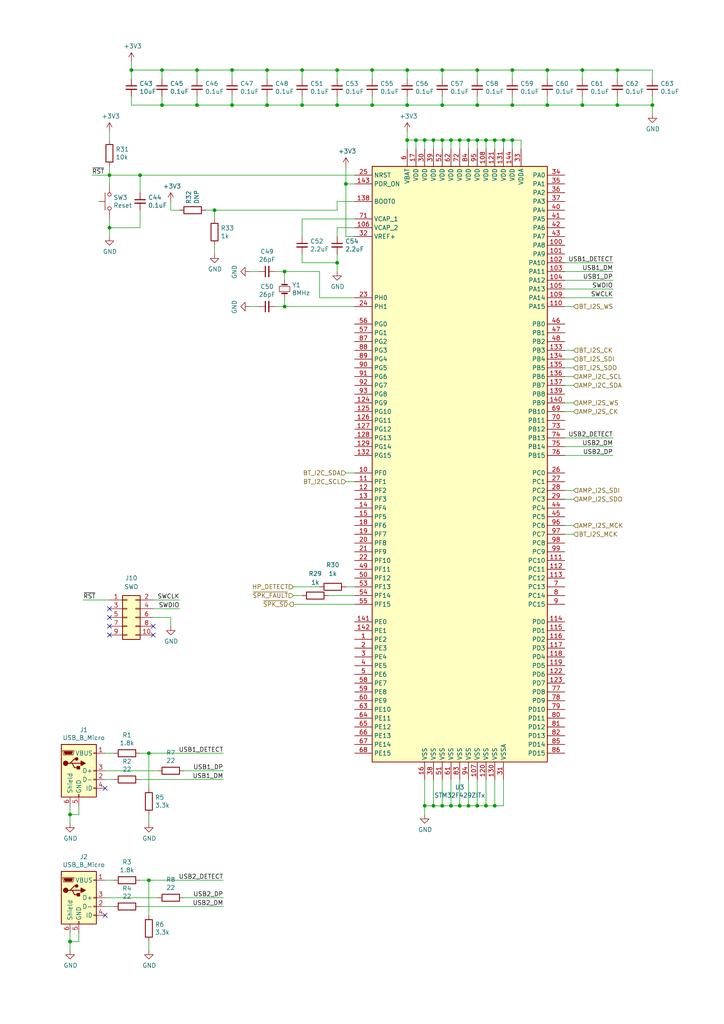
<source format=kicad_sch>
(kicad_sch (version 20201015) (generator eeschema)
  (page 1 7)
  (paper "A4" portrait)
  (lib_symbols
    (symbol "Connector:USB_B_Micro" (pin_names (offset 1.016))
      (property "Reference" "J" (at -5.08 11.43 0))
      (property "Value" "USB_B_Micro" (at -5.08 8.89 0))
      (symbol "USB_B_Micro_0_1"
        (circle (center -3.81 2.159) (radius 0.635) (stroke (width 0.254)) (fill (type outline)))
        (circle (center -0.635 3.429) (radius 0.381) (stroke (width 0.254)) (fill (type outline)))
        (rectangle (start -5.08 -7.62) (end 5.08 7.62) (stroke (width 0.254)) (fill (type background)))
        (rectangle (start -0.127 -7.62) (end 0.127 -6.858))
        (rectangle (start 0.254 1.27) (end -0.508 0.508) (stroke (width 0.254)) (fill (type outline)))
        (rectangle (start 5.08 -5.207) (end 4.318 -4.953))
        (rectangle (start 5.08 -2.667) (end 4.318 -2.413))
        (rectangle (start 5.08 -0.127) (end 4.318 0.127))
        (rectangle (start 5.08 4.953) (end 4.318 5.207))
        (polyline (pts (xy -1.905 2.159) (xy 0.635 2.159)) (stroke (width 0.254)))
        (polyline (pts (xy -3.175 2.159) (xy -2.54 2.159) (xy -1.27 3.429) (xy -0.635 3.429)) (stroke (width 0.254)))
        (polyline (pts (xy -2.54 2.159) (xy -1.905 2.159) (xy -1.27 0.889) (xy 0 0.889)) (stroke (width 0.254)))
        (polyline (pts (xy 0.635 2.794) (xy 0.635 1.524) (xy 1.905 2.159) (xy 0.635 2.794)) (stroke (width 0.254)) (fill (type outline)))
        (polyline (pts (xy -4.318 5.588) (xy -1.778 5.588) (xy -2.032 4.826) (xy -4.064 4.826) (xy -4.318 5.588)) (fill (type outline)))
        (polyline (pts (xy -4.699 5.842) (xy -4.699 5.588) (xy -4.445 4.826) (xy -4.445 4.572) (xy -1.651 4.572) (xy -1.651 4.826) (xy -1.397 5.588) (xy -1.397 5.842) (xy -4.699 5.842)))
      )
      (symbol "USB_B_Micro_1_1"
        (pin power_out line (at 7.62 5.08 180) (length 2.54) (name "VBUS") (number "1"))
        (pin bidirectional line (at 7.62 -2.54 180) (length 2.54) (name "D-") (number "2"))
        (pin bidirectional line (at 7.62 0 180) (length 2.54) (name "D+") (number "3"))
        (pin passive line (at 7.62 -5.08 180) (length 2.54) (name "ID") (number "4"))
        (pin power_out line (at 0 -10.16 90) (length 2.54) (name "GND") (number "5"))
        (pin passive line (at -2.54 -10.16 90) (length 2.54) (name "Shield") (number "6"))
      )
    )
    (symbol "Connector_Generic:Conn_02x05_Odd_Even" (pin_names (offset 1.016) hide)
      (property "Reference" "J" (at 1.27 7.62 0))
      (property "Value" "Conn_02x05_Odd_Even" (at 1.27 -7.62 0))
      (symbol "Conn_02x05_Odd_Even_1_1"
        (rectangle (start -1.27 -4.953) (end 0 -5.207) (stroke (width 0.1524)))
        (rectangle (start -1.27 -2.413) (end 0 -2.667) (stroke (width 0.1524)))
        (rectangle (start -1.27 2.667) (end 0 2.413) (stroke (width 0.1524)))
        (rectangle (start -1.27 5.207) (end 0 4.953) (stroke (width 0.1524)))
        (rectangle (start -1.27 6.35) (end 3.81 -6.35) (stroke (width 0.254)) (fill (type background)))
        (rectangle (start -1.27 0.127) (end 0 -0.127) (stroke (width 0.1524)))
        (rectangle (start 3.81 -4.953) (end 2.54 -5.207) (stroke (width 0.1524)))
        (rectangle (start 3.81 -2.413) (end 2.54 -2.667) (stroke (width 0.1524)))
        (rectangle (start 3.81 2.667) (end 2.54 2.413) (stroke (width 0.1524)))
        (rectangle (start 3.81 5.207) (end 2.54 4.953) (stroke (width 0.1524)))
        (rectangle (start 3.81 0.127) (end 2.54 -0.127) (stroke (width 0.1524)))
        (pin passive line (at -5.08 5.08 0) (length 3.81) (name "Pin_1") (number "1"))
        (pin passive line (at 7.62 -5.08 180) (length 3.81) (name "Pin_10") (number "10"))
        (pin passive line (at 7.62 5.08 180) (length 3.81) (name "Pin_2") (number "2"))
        (pin passive line (at -5.08 2.54 0) (length 3.81) (name "Pin_3") (number "3"))
        (pin passive line (at 7.62 2.54 180) (length 3.81) (name "Pin_4") (number "4"))
        (pin passive line (at -5.08 0 0) (length 3.81) (name "Pin_5") (number "5"))
        (pin passive line (at 7.62 0 180) (length 3.81) (name "Pin_6") (number "6"))
        (pin passive line (at -5.08 -2.54 0) (length 3.81) (name "Pin_7") (number "7"))
        (pin passive line (at 7.62 -2.54 180) (length 3.81) (name "Pin_8") (number "8"))
        (pin passive line (at -5.08 -5.08 0) (length 3.81) (name "Pin_9") (number "9"))
      )
    )
    (symbol "Device:C_Small" (pin_numbers hide) (pin_names (offset 0.254) hide)
      (property "Reference" "C" (at 0.254 1.778 0))
      (property "Value" "C_Small" (at 0.254 -2.032 0))
      (symbol "C_Small_0_1"
        (polyline (pts (xy -1.524 -0.508) (xy 1.524 -0.508)) (stroke (width 0.3302)))
        (polyline (pts (xy -1.524 0.508) (xy 1.524 0.508)) (stroke (width 0.3048)))
      )
      (symbol "C_Small_1_1"
        (pin passive line (at 0 2.54 270) (length 2.032) (name "~") (number "1"))
        (pin passive line (at 0 -2.54 90) (length 2.032) (name "~") (number "2"))
      )
    )
    (symbol "Device:Crystal_Small" (pin_numbers hide) (pin_names (offset 1.016) hide)
      (property "Reference" "Y" (at 0 2.54 0))
      (property "Value" "Crystal_Small" (at 0 -2.54 0))
      (symbol "Crystal_Small_0_1"
        (rectangle (start -0.762 -1.524) (end 0.762 1.524))
        (polyline (pts (xy -1.27 -0.762) (xy -1.27 0.762)) (stroke (width 0.381)))
        (polyline (pts (xy 1.27 -0.762) (xy 1.27 0.762)) (stroke (width 0.381)))
      )
      (symbol "Crystal_Small_1_1"
        (pin passive line (at -2.54 0 0) (length 1.27) (name "1") (number "1"))
        (pin passive line (at 2.54 0 180) (length 1.27) (name "2") (number "2"))
      )
    )
    (symbol "Device:R" (pin_numbers hide) (pin_names (offset 0))
      (property "Reference" "R" (at 2.032 0 90))
      (property "Value" "R" (at 0 0 90))
      (symbol "R_0_1"
        (rectangle (start -1.016 -2.54) (end 1.016 2.54) (stroke (width 0.254)))
      )
      (symbol "R_1_1"
        (pin passive line (at 0 3.81 270) (length 1.27) (name "~") (number "1"))
        (pin passive line (at 0 -3.81 90) (length 1.27) (name "~") (number "2"))
      )
    )
    (symbol "MCU_ST_STM32F4:STM32F429ZITx"
      (property "Reference" "U" (at -25.4 87.63 0))
      (property "Value" "STM32F429ZITx" (at 20.32 87.63 0))
      (symbol "STM32F429ZITx_0_1"
        (rectangle (start -25.4 -86.36) (end 25.4 86.36) (stroke (width 0.254)) (fill (type background)))
      )
      (symbol "STM32F429ZITx_1_1"
        (pin input line (at -30.48 76.2 0) (length 5.08) (name "BOOT0") (number "138"))
        (pin input line (at -30.48 83.82 0) (length 5.08) (name "NRST") (number "25"))
        (pin bidirectional line (at 30.48 83.82 180) (length 5.08) (name "PA0") (number "34"))
        (pin bidirectional line (at 30.48 81.28 180) (length 5.08) (name "PA1") (number "35"))
        (pin bidirectional line (at 30.48 58.42 180) (length 5.08) (name "PA10") (number "102"))
        (pin bidirectional line (at 30.48 55.88 180) (length 5.08) (name "PA11") (number "103"))
        (pin bidirectional line (at 30.48 53.34 180) (length 5.08) (name "PA12") (number "104"))
        (pin bidirectional line (at 30.48 50.8 180) (length 5.08) (name "PA13") (number "105"))
        (pin bidirectional line (at 30.48 48.26 180) (length 5.08) (name "PA14") (number "109"))
        (pin bidirectional line (at 30.48 45.72 180) (length 5.08) (name "PA15") (number "110"))
        (pin bidirectional line (at 30.48 78.74 180) (length 5.08) (name "PA2") (number "36"))
        (pin bidirectional line (at 30.48 76.2 180) (length 5.08) (name "PA3") (number "37"))
        (pin bidirectional line (at 30.48 73.66 180) (length 5.08) (name "PA4") (number "40"))
        (pin bidirectional line (at 30.48 71.12 180) (length 5.08) (name "PA5") (number "41"))
        (pin bidirectional line (at 30.48 68.58 180) (length 5.08) (name "PA6") (number "42"))
        (pin bidirectional line (at 30.48 66.04 180) (length 5.08) (name "PA7") (number "43"))
        (pin bidirectional line (at 30.48 63.5 180) (length 5.08) (name "PA8") (number "100"))
        (pin bidirectional line (at 30.48 60.96 180) (length 5.08) (name "PA9") (number "101"))
        (pin bidirectional line (at 30.48 40.64 180) (length 5.08) (name "PB0") (number "46"))
        (pin bidirectional line (at 30.48 38.1 180) (length 5.08) (name "PB1") (number "47"))
        (pin bidirectional line (at 30.48 15.24 180) (length 5.08) (name "PB10") (number "69"))
        (pin bidirectional line (at 30.48 12.7 180) (length 5.08) (name "PB11") (number "70"))
        (pin bidirectional line (at 30.48 10.16 180) (length 5.08) (name "PB12") (number "73"))
        (pin bidirectional line (at 30.48 7.62 180) (length 5.08) (name "PB13") (number "74"))
        (pin bidirectional line (at 30.48 5.08 180) (length 5.08) (name "PB14") (number "75"))
        (pin bidirectional line (at 30.48 2.54 180) (length 5.08) (name "PB15") (number "76"))
        (pin bidirectional line (at 30.48 35.56 180) (length 5.08) (name "PB2") (number "48"))
        (pin bidirectional line (at 30.48 33.02 180) (length 5.08) (name "PB3") (number "133"))
        (pin bidirectional line (at 30.48 30.48 180) (length 5.08) (name "PB4") (number "134"))
        (pin bidirectional line (at 30.48 27.94 180) (length 5.08) (name "PB5") (number "135"))
        (pin bidirectional line (at 30.48 25.4 180) (length 5.08) (name "PB6") (number "136"))
        (pin bidirectional line (at 30.48 22.86 180) (length 5.08) (name "PB7") (number "137"))
        (pin bidirectional line (at 30.48 20.32 180) (length 5.08) (name "PB8") (number "139"))
        (pin bidirectional line (at 30.48 17.78 180) (length 5.08) (name "PB9") (number "140"))
        (pin bidirectional line (at 30.48 -2.54 180) (length 5.08) (name "PC0") (number "26"))
        (pin bidirectional line (at 30.48 -5.08 180) (length 5.08) (name "PC1") (number "27"))
        (pin bidirectional line (at 30.48 -27.94 180) (length 5.08) (name "PC10") (number "111"))
        (pin bidirectional line (at 30.48 -30.48 180) (length 5.08) (name "PC11") (number "112"))
        (pin bidirectional line (at 30.48 -33.02 180) (length 5.08) (name "PC12") (number "113"))
        (pin bidirectional line (at 30.48 -35.56 180) (length 5.08) (name "PC13") (number "7"))
        (pin bidirectional line (at 30.48 -38.1 180) (length 5.08) (name "PC14") (number "8"))
        (pin bidirectional line (at 30.48 -40.64 180) (length 5.08) (name "PC15") (number "9"))
        (pin bidirectional line (at 30.48 -7.62 180) (length 5.08) (name "PC2") (number "28"))
        (pin bidirectional line (at 30.48 -10.16 180) (length 5.08) (name "PC3") (number "29"))
        (pin bidirectional line (at 30.48 -12.7 180) (length 5.08) (name "PC4") (number "44"))
        (pin bidirectional line (at 30.48 -15.24 180) (length 5.08) (name "PC5") (number "45"))
        (pin bidirectional line (at 30.48 -17.78 180) (length 5.08) (name "PC6") (number "96"))
        (pin bidirectional line (at 30.48 -20.32 180) (length 5.08) (name "PC7") (number "97"))
        (pin bidirectional line (at 30.48 -22.86 180) (length 5.08) (name "PC8") (number "98"))
        (pin bidirectional line (at 30.48 -25.4 180) (length 5.08) (name "PC9") (number "99"))
        (pin bidirectional line (at 30.48 -45.72 180) (length 5.08) (name "PD0") (number "114"))
        (pin bidirectional line (at 30.48 -48.26 180) (length 5.08) (name "PD1") (number "115"))
        (pin bidirectional line (at 30.48 -71.12 180) (length 5.08) (name "PD10") (number "79"))
        (pin bidirectional line (at 30.48 -73.66 180) (length 5.08) (name "PD11") (number "80"))
        (pin bidirectional line (at 30.48 -76.2 180) (length 5.08) (name "PD12") (number "81"))
        (pin bidirectional line (at 30.48 -78.74 180) (length 5.08) (name "PD13") (number "82"))
        (pin bidirectional line (at 30.48 -81.28 180) (length 5.08) (name "PD14") (number "85"))
        (pin bidirectional line (at 30.48 -83.82 180) (length 5.08) (name "PD15") (number "86"))
        (pin bidirectional line (at 30.48 -50.8 180) (length 5.08) (name "PD2") (number "116"))
        (pin bidirectional line (at 30.48 -53.34 180) (length 5.08) (name "PD3") (number "117"))
        (pin bidirectional line (at 30.48 -55.88 180) (length 5.08) (name "PD4") (number "118"))
        (pin bidirectional line (at 30.48 -58.42 180) (length 5.08) (name "PD5") (number "119"))
        (pin bidirectional line (at 30.48 -60.96 180) (length 5.08) (name "PD6") (number "122"))
        (pin bidirectional line (at 30.48 -63.5 180) (length 5.08) (name "PD7") (number "123"))
        (pin bidirectional line (at 30.48 -66.04 180) (length 5.08) (name "PD8") (number "77"))
        (pin bidirectional line (at 30.48 -68.58 180) (length 5.08) (name "PD9") (number "78"))
        (pin input line (at -30.48 81.28 0) (length 5.08) (name "PDR_ON") (number "143"))
        (pin bidirectional line (at -30.48 -45.72 0) (length 5.08) (name "PE0") (number "141"))
        (pin bidirectional line (at -30.48 -48.26 0) (length 5.08) (name "PE1") (number "142"))
        (pin bidirectional line (at -30.48 -71.12 0) (length 5.08) (name "PE10") (number "63"))
        (pin bidirectional line (at -30.48 -73.66 0) (length 5.08) (name "PE11") (number "64"))
        (pin bidirectional line (at -30.48 -76.2 0) (length 5.08) (name "PE12") (number "65"))
        (pin bidirectional line (at -30.48 -78.74 0) (length 5.08) (name "PE13") (number "66"))
        (pin bidirectional line (at -30.48 -81.28 0) (length 5.08) (name "PE14") (number "67"))
        (pin bidirectional line (at -30.48 -83.82 0) (length 5.08) (name "PE15") (number "68"))
        (pin bidirectional line (at -30.48 -50.8 0) (length 5.08) (name "PE2") (number "1"))
        (pin bidirectional line (at -30.48 -53.34 0) (length 5.08) (name "PE3") (number "2"))
        (pin bidirectional line (at -30.48 -55.88 0) (length 5.08) (name "PE4") (number "3"))
        (pin bidirectional line (at -30.48 -58.42 0) (length 5.08) (name "PE5") (number "4"))
        (pin bidirectional line (at -30.48 -60.96 0) (length 5.08) (name "PE6") (number "5"))
        (pin bidirectional line (at -30.48 -63.5 0) (length 5.08) (name "PE7") (number "58"))
        (pin bidirectional line (at -30.48 -66.04 0) (length 5.08) (name "PE8") (number "59"))
        (pin bidirectional line (at -30.48 -68.58 0) (length 5.08) (name "PE9") (number "60"))
        (pin bidirectional line (at -30.48 -2.54 0) (length 5.08) (name "PF0") (number "10"))
        (pin bidirectional line (at -30.48 -5.08 0) (length 5.08) (name "PF1") (number "11"))
        (pin bidirectional line (at -30.48 -27.94 0) (length 5.08) (name "PF10") (number "22"))
        (pin bidirectional line (at -30.48 -30.48 0) (length 5.08) (name "PF11") (number "49"))
        (pin bidirectional line (at -30.48 -33.02 0) (length 5.08) (name "PF12") (number "50"))
        (pin bidirectional line (at -30.48 -35.56 0) (length 5.08) (name "PF13") (number "53"))
        (pin bidirectional line (at -30.48 -38.1 0) (length 5.08) (name "PF14") (number "54"))
        (pin bidirectional line (at -30.48 -40.64 0) (length 5.08) (name "PF15") (number "55"))
        (pin bidirectional line (at -30.48 -7.62 0) (length 5.08) (name "PF2") (number "12"))
        (pin bidirectional line (at -30.48 -10.16 0) (length 5.08) (name "PF3") (number "13"))
        (pin bidirectional line (at -30.48 -12.7 0) (length 5.08) (name "PF4") (number "14"))
        (pin bidirectional line (at -30.48 -15.24 0) (length 5.08) (name "PF5") (number "15"))
        (pin bidirectional line (at -30.48 -17.78 0) (length 5.08) (name "PF6") (number "18"))
        (pin bidirectional line (at -30.48 -20.32 0) (length 5.08) (name "PF7") (number "19"))
        (pin bidirectional line (at -30.48 -22.86 0) (length 5.08) (name "PF8") (number "20"))
        (pin bidirectional line (at -30.48 -25.4 0) (length 5.08) (name "PF9") (number "21"))
        (pin bidirectional line (at -30.48 40.64 0) (length 5.08) (name "PG0") (number "56"))
        (pin bidirectional line (at -30.48 38.1 0) (length 5.08) (name "PG1") (number "57"))
        (pin bidirectional line (at -30.48 15.24 0) (length 5.08) (name "PG10") (number "125"))
        (pin bidirectional line (at -30.48 12.7 0) (length 5.08) (name "PG11") (number "126"))
        (pin bidirectional line (at -30.48 10.16 0) (length 5.08) (name "PG12") (number "127"))
        (pin bidirectional line (at -30.48 7.62 0) (length 5.08) (name "PG13") (number "128"))
        (pin bidirectional line (at -30.48 5.08 0) (length 5.08) (name "PG14") (number "129"))
        (pin bidirectional line (at -30.48 2.54 0) (length 5.08) (name "PG15") (number "132"))
        (pin bidirectional line (at -30.48 35.56 0) (length 5.08) (name "PG2") (number "87"))
        (pin bidirectional line (at -30.48 33.02 0) (length 5.08) (name "PG3") (number "88"))
        (pin bidirectional line (at -30.48 30.48 0) (length 5.08) (name "PG4") (number "89"))
        (pin bidirectional line (at -30.48 27.94 0) (length 5.08) (name "PG5") (number "90"))
        (pin bidirectional line (at -30.48 25.4 0) (length 5.08) (name "PG6") (number "91"))
        (pin bidirectional line (at -30.48 22.86 0) (length 5.08) (name "PG7") (number "92"))
        (pin bidirectional line (at -30.48 20.32 0) (length 5.08) (name "PG8") (number "93"))
        (pin bidirectional line (at -30.48 17.78 0) (length 5.08) (name "PG9") (number "124"))
        (pin input line (at -30.48 48.26 0) (length 5.08) (name "PH0") (number "23"))
        (pin input line (at -30.48 45.72 0) (length 5.08) (name "PH1") (number "24"))
        (pin power_in line (at -15.24 91.44 270) (length 5.08) (name "VBAT") (number "6"))
        (pin power_in line (at -30.48 71.12 0) (length 5.08) (name "VCAP_1") (number "71"))
        (pin power_in line (at -30.48 68.58 0) (length 5.08) (name "VCAP_2") (number "106"))
        (pin power_in line (at 7.62 91.44 270) (length 5.08) (name "VDD") (number "108"))
        (pin power_in line (at 10.16 91.44 270) (length 5.08) (name "VDD") (number "121"))
        (pin power_in line (at 12.7 91.44 270) (length 5.08) (name "VDD") (number "131"))
        (pin power_in line (at 15.24 91.44 270) (length 5.08) (name "VDD") (number "144"))
        (pin power_in line (at -12.7 91.44 270) (length 5.08) (name "VDD") (number "17"))
        (pin power_in line (at -10.16 91.44 270) (length 5.08) (name "VDD") (number "30"))
        (pin power_in line (at -7.62 91.44 270) (length 5.08) (name "VDD") (number "39"))
        (pin power_in line (at -5.08 91.44 270) (length 5.08) (name "VDD") (number "52"))
        (pin power_in line (at -2.54 91.44 270) (length 5.08) (name "VDD") (number "62"))
        (pin power_in line (at 0 91.44 270) (length 5.08) (name "VDD") (number "72"))
        (pin power_in line (at 2.54 91.44 270) (length 5.08) (name "VDD") (number "84"))
        (pin power_in line (at 5.08 91.44 270) (length 5.08) (name "VDD") (number "95"))
        (pin power_in line (at 17.78 91.44 270) (length 5.08) (name "VDDA") (number "33"))
        (pin power_in line (at -30.48 66.04 0) (length 5.08) (name "VREF+") (number "32"))
        (pin power_in line (at 5.08 -91.44 90) (length 5.08) (name "VSS") (number "107"))
        (pin power_in line (at 7.62 -91.44 90) (length 5.08) (name "VSS") (number "120"))
        (pin power_in line (at 10.16 -91.44 90) (length 5.08) (name "VSS") (number "130"))
        (pin power_in line (at -10.16 -91.44 90) (length 5.08) (name "VSS") (number "16"))
        (pin power_in line (at -7.62 -91.44 90) (length 5.08) (name "VSS") (number "38"))
        (pin power_in line (at -5.08 -91.44 90) (length 5.08) (name "VSS") (number "51"))
        (pin power_in line (at -2.54 -91.44 90) (length 5.08) (name "VSS") (number "61"))
        (pin power_in line (at 0 -91.44 90) (length 5.08) (name "VSS") (number "83"))
        (pin power_in line (at 2.54 -91.44 90) (length 5.08) (name "VSS") (number "94"))
        (pin power_in line (at 12.7 -91.44 90) (length 5.08) (name "VSSA") (number "31"))
      )
    )
    (symbol "Switch:SW_Push" (pin_numbers hide) (pin_names (offset 1.016) hide)
      (property "Reference" "SW" (at 1.27 2.54 0))
      (property "Value" "SW_Push" (at 0 -1.524 0))
      (symbol "SW_Push_0_1"
        (circle (center -2.032 0) (radius 0.508))
        (circle (center 2.032 0) (radius 0.508))
        (polyline (pts (xy 0 1.27) (xy 0 3.048)))
        (polyline (pts (xy 2.54 1.27) (xy -2.54 1.27)))
        (pin passive line (at -5.08 0 0) (length 2.54) (name "1") (number "1"))
        (pin passive line (at 5.08 0 180) (length 2.54) (name "2") (number "2"))
      )
    )
    (symbol "power:+3.3V" (power) (pin_names (offset 0))
      (property "Value" "+3.3V" (at 0 3.556 0))
      (symbol "+3.3V_0_1"
        (polyline (pts (xy -0.762 1.27) (xy 0 2.54)))
        (polyline (pts (xy 0 0) (xy 0 2.54)))
        (polyline (pts (xy 0 2.54) (xy 0.762 1.27)))
      )
      (symbol "+3.3V_1_1"
        (pin power_in line (at 0 0 90) (length 0) hide (name "+3V3") (number "1"))
      )
    )
    (symbol "power:GND" (power) (pin_names (offset 0))
      (property "Value" "GND" (at 0 -3.81 0))
      (symbol "GND_0_1"
        (polyline (pts (xy 0 0) (xy 0 -1.27) (xy 1.27 -1.27) (xy 0 -2.54) (xy -1.27 -1.27) (xy 0 -1.27)))
      )
      (symbol "GND_1_1"
        (pin power_in line (at 0 0 270) (length 0) hide (name "GND") (number "1"))
      )
    )
  )
  (junction (at 20.32 236.22) (diameter 0.9144))
  (junction (at 20.32 273.05) (diameter 0.9144))
  (junction (at 31.75 50.8) (diameter 0.9144))
  (junction (at 31.75 66.04) (diameter 0.9144))
  (junction (at 38.1 20.32) (diameter 0.9144))
  (junction (at 40.64 50.8) (diameter 0.9144))
  (junction (at 43.18 218.44) (diameter 0.9144))
  (junction (at 43.18 255.27) (diameter 0.9144))
  (junction (at 46.99 20.32) (diameter 0.9144))
  (junction (at 46.99 30.48) (diameter 0.9144))
  (junction (at 57.15 20.32) (diameter 0.9144))
  (junction (at 57.15 30.48) (diameter 0.9144))
  (junction (at 62.23 60.96) (diameter 0.9144))
  (junction (at 67.31 20.32) (diameter 0.9144))
  (junction (at 67.31 30.48) (diameter 0.9144))
  (junction (at 77.47 20.32) (diameter 0.9144))
  (junction (at 77.47 30.48) (diameter 0.9144))
  (junction (at 82.55 78.74) (diameter 0.9144))
  (junction (at 82.55 88.9) (diameter 0.9144))
  (junction (at 87.63 20.32) (diameter 0.9144))
  (junction (at 87.63 30.48) (diameter 0.9144))
  (junction (at 97.79 20.32) (diameter 0.9144))
  (junction (at 97.79 30.48) (diameter 0.9144))
  (junction (at 97.79 76.2) (diameter 0.9144))
  (junction (at 100.33 53.34) (diameter 0.9144))
  (junction (at 107.95 20.32) (diameter 0.9144))
  (junction (at 107.95 30.48) (diameter 0.9144))
  (junction (at 118.11 20.32) (diameter 0.9144))
  (junction (at 118.11 30.48) (diameter 0.9144))
  (junction (at 118.11 40.64) (diameter 0.9144))
  (junction (at 120.65 40.64) (diameter 0.9144))
  (junction (at 123.19 40.64) (diameter 0.9144))
  (junction (at 123.19 233.68) (diameter 0.9144))
  (junction (at 125.73 40.64) (diameter 0.9144))
  (junction (at 125.73 233.68) (diameter 0.9144))
  (junction (at 128.27 20.32) (diameter 0.9144))
  (junction (at 128.27 30.48) (diameter 0.9144))
  (junction (at 128.27 40.64) (diameter 0.9144))
  (junction (at 128.27 233.68) (diameter 0.9144))
  (junction (at 130.81 40.64) (diameter 0.9144))
  (junction (at 130.81 233.68) (diameter 0.9144))
  (junction (at 133.35 40.64) (diameter 0.9144))
  (junction (at 133.35 233.68) (diameter 0.9144))
  (junction (at 135.89 40.64) (diameter 0.9144))
  (junction (at 135.89 233.68) (diameter 0.9144))
  (junction (at 138.43 20.32) (diameter 0.9144))
  (junction (at 138.43 30.48) (diameter 0.9144))
  (junction (at 138.43 40.64) (diameter 0.9144))
  (junction (at 138.43 233.68) (diameter 0.9144))
  (junction (at 140.97 40.64) (diameter 0.9144))
  (junction (at 140.97 233.68) (diameter 0.9144))
  (junction (at 143.51 40.64) (diameter 0.9144))
  (junction (at 143.51 233.68) (diameter 0.9144))
  (junction (at 146.05 40.64) (diameter 0.9144))
  (junction (at 148.59 20.32) (diameter 0.9144))
  (junction (at 148.59 30.48) (diameter 0.9144))
  (junction (at 148.59 40.64) (diameter 0.9144))
  (junction (at 158.75 20.32) (diameter 0.9144))
  (junction (at 158.75 30.48) (diameter 0.9144))
  (junction (at 168.91 20.32) (diameter 0.9144))
  (junction (at 168.91 30.48) (diameter 0.9144))
  (junction (at 179.07 20.32) (diameter 0.9144))
  (junction (at 179.07 30.48) (diameter 0.9144))
  (junction (at 189.23 30.48) (diameter 0.9144))
  (no_connect (at 31.75 176.53))
  (no_connect (at 30.48 265.43))
  (no_connect (at 44.45 184.15))
  (no_connect (at 31.75 181.61))
  (no_connect (at 44.45 181.61))
  (no_connect (at 30.48 228.6))
  (no_connect (at 31.75 179.07))
  (no_connect (at 31.75 184.15))
  (wire (pts (xy 20.32 233.68) (xy 20.32 236.22)))
  (wire (pts (xy 20.32 236.22) (xy 20.32 238.76)))
  (wire (pts (xy 20.32 270.51) (xy 20.32 273.05)))
  (wire (pts (xy 20.32 273.05) (xy 20.32 275.59)))
  (wire (pts (xy 22.86 233.68) (xy 22.86 236.22)))
  (wire (pts (xy 22.86 236.22) (xy 20.32 236.22)))
  (wire (pts (xy 22.86 270.51) (xy 22.86 273.05)))
  (wire (pts (xy 22.86 273.05) (xy 20.32 273.05)))
  (wire (pts (xy 24.13 173.99) (xy 31.75 173.99)))
  (wire (pts (xy 26.67 50.8) (xy 31.75 50.8)))
  (wire (pts (xy 30.48 226.06) (xy 33.02 226.06)))
  (wire (pts (xy 30.48 262.89) (xy 33.02 262.89)))
  (wire (pts (xy 31.75 38.1) (xy 31.75 40.64)))
  (wire (pts (xy 31.75 48.26) (xy 31.75 50.8)))
  (wire (pts (xy 31.75 50.8) (xy 31.75 53.34)))
  (wire (pts (xy 31.75 63.5) (xy 31.75 66.04)))
  (wire (pts (xy 31.75 66.04) (xy 40.64 66.04)))
  (wire (pts (xy 31.75 68.58) (xy 31.75 66.04)))
  (wire (pts (xy 33.02 218.44) (xy 30.48 218.44)))
  (wire (pts (xy 33.02 255.27) (xy 30.48 255.27)))
  (wire (pts (xy 38.1 20.32) (xy 38.1 17.78)))
  (wire (pts (xy 38.1 20.32) (xy 38.1 22.86)))
  (wire (pts (xy 38.1 30.48) (xy 38.1 27.94)))
  (wire (pts (xy 40.64 50.8) (xy 31.75 50.8)))
  (wire (pts (xy 40.64 50.8) (xy 102.87 50.8)))
  (wire (pts (xy 40.64 55.88) (xy 40.64 50.8)))
  (wire (pts (xy 40.64 66.04) (xy 40.64 60.96)))
  (wire (pts (xy 40.64 226.06) (xy 64.77 226.06)))
  (wire (pts (xy 40.64 262.89) (xy 64.77 262.89)))
  (wire (pts (xy 43.18 218.44) (xy 40.64 218.44)))
  (wire (pts (xy 43.18 228.6) (xy 43.18 218.44)))
  (wire (pts (xy 43.18 236.22) (xy 43.18 238.76)))
  (wire (pts (xy 43.18 255.27) (xy 40.64 255.27)))
  (wire (pts (xy 43.18 265.43) (xy 43.18 255.27)))
  (wire (pts (xy 43.18 273.05) (xy 43.18 275.59)))
  (wire (pts (xy 44.45 173.99) (xy 52.07 173.99)))
  (wire (pts (xy 44.45 176.53) (xy 52.07 176.53)))
  (wire (pts (xy 45.72 223.52) (xy 30.48 223.52)))
  (wire (pts (xy 45.72 260.35) (xy 30.48 260.35)))
  (wire (pts (xy 46.99 20.32) (xy 38.1 20.32)))
  (wire (pts (xy 46.99 20.32) (xy 46.99 22.86)))
  (wire (pts (xy 46.99 20.32) (xy 57.15 20.32)))
  (wire (pts (xy 46.99 30.48) (xy 38.1 30.48)))
  (wire (pts (xy 46.99 30.48) (xy 46.99 27.94)))
  (wire (pts (xy 49.53 60.96) (xy 49.53 58.42)))
  (wire (pts (xy 49.53 179.07) (xy 44.45 179.07)))
  (wire (pts (xy 49.53 181.61) (xy 49.53 179.07)))
  (wire (pts (xy 52.07 60.96) (xy 49.53 60.96)))
  (wire (pts (xy 53.34 223.52) (xy 64.77 223.52)))
  (wire (pts (xy 53.34 260.35) (xy 64.77 260.35)))
  (wire (pts (xy 57.15 20.32) (xy 57.15 22.86)))
  (wire (pts (xy 57.15 20.32) (xy 67.31 20.32)))
  (wire (pts (xy 57.15 27.94) (xy 57.15 30.48)))
  (wire (pts (xy 57.15 30.48) (xy 46.99 30.48)))
  (wire (pts (xy 62.23 60.96) (xy 59.69 60.96)))
  (wire (pts (xy 62.23 60.96) (xy 62.23 63.5)))
  (wire (pts (xy 62.23 71.12) (xy 62.23 73.66)))
  (wire (pts (xy 64.77 218.44) (xy 43.18 218.44)))
  (wire (pts (xy 64.77 255.27) (xy 43.18 255.27)))
  (wire (pts (xy 67.31 20.32) (xy 67.31 22.86)))
  (wire (pts (xy 67.31 20.32) (xy 77.47 20.32)))
  (wire (pts (xy 67.31 27.94) (xy 67.31 30.48)))
  (wire (pts (xy 67.31 30.48) (xy 57.15 30.48)))
  (wire (pts (xy 72.39 78.74) (xy 74.93 78.74)))
  (wire (pts (xy 72.39 88.9) (xy 74.93 88.9)))
  (wire (pts (xy 77.47 20.32) (xy 77.47 22.86)))
  (wire (pts (xy 77.47 20.32) (xy 87.63 20.32)))
  (wire (pts (xy 77.47 27.94) (xy 77.47 30.48)))
  (wire (pts (xy 77.47 30.48) (xy 67.31 30.48)))
  (wire (pts (xy 80.01 78.74) (xy 82.55 78.74)))
  (wire (pts (xy 80.01 88.9) (xy 82.55 88.9)))
  (wire (pts (xy 82.55 78.74) (xy 82.55 81.28)))
  (wire (pts (xy 82.55 86.36) (xy 82.55 88.9)))
  (wire (pts (xy 82.55 88.9) (xy 102.87 88.9)))
  (wire (pts (xy 85.09 170.18) (xy 92.71 170.18)))
  (wire (pts (xy 85.09 172.72) (xy 87.63 172.72)))
  (wire (pts (xy 85.09 175.26) (xy 102.87 175.26)))
  (wire (pts (xy 87.63 20.32) (xy 87.63 22.86)))
  (wire (pts (xy 87.63 20.32) (xy 97.79 20.32)))
  (wire (pts (xy 87.63 27.94) (xy 87.63 30.48)))
  (wire (pts (xy 87.63 30.48) (xy 77.47 30.48)))
  (wire (pts (xy 87.63 63.5) (xy 87.63 68.58)))
  (wire (pts (xy 87.63 76.2) (xy 87.63 73.66)))
  (wire (pts (xy 92.71 78.74) (xy 82.55 78.74)))
  (wire (pts (xy 92.71 86.36) (xy 92.71 78.74)))
  (wire (pts (xy 95.25 172.72) (xy 102.87 172.72)))
  (wire (pts (xy 97.79 20.32) (xy 97.79 22.86)))
  (wire (pts (xy 97.79 20.32) (xy 107.95 20.32)))
  (wire (pts (xy 97.79 27.94) (xy 97.79 30.48)))
  (wire (pts (xy 97.79 30.48) (xy 87.63 30.48)))
  (wire (pts (xy 97.79 58.42) (xy 97.79 60.96)))
  (wire (pts (xy 97.79 60.96) (xy 62.23 60.96)))
  (wire (pts (xy 97.79 66.04) (xy 97.79 68.58)))
  (wire (pts (xy 97.79 73.66) (xy 97.79 76.2)))
  (wire (pts (xy 97.79 76.2) (xy 87.63 76.2)))
  (wire (pts (xy 97.79 76.2) (xy 97.79 78.74)))
  (wire (pts (xy 100.33 48.26) (xy 100.33 53.34)))
  (wire (pts (xy 100.33 53.34) (xy 100.33 68.58)))
  (wire (pts (xy 100.33 53.34) (xy 102.87 53.34)))
  (wire (pts (xy 100.33 68.58) (xy 102.87 68.58)))
  (wire (pts (xy 100.33 139.7) (xy 102.87 139.7)))
  (wire (pts (xy 100.33 170.18) (xy 102.87 170.18)))
  (wire (pts (xy 102.87 58.42) (xy 97.79 58.42)))
  (wire (pts (xy 102.87 63.5) (xy 87.63 63.5)))
  (wire (pts (xy 102.87 66.04) (xy 97.79 66.04)))
  (wire (pts (xy 102.87 86.36) (xy 92.71 86.36)))
  (wire (pts (xy 102.87 137.16) (xy 100.33 137.16)))
  (wire (pts (xy 107.95 20.32) (xy 107.95 22.86)))
  (wire (pts (xy 107.95 20.32) (xy 118.11 20.32)))
  (wire (pts (xy 107.95 27.94) (xy 107.95 30.48)))
  (wire (pts (xy 107.95 30.48) (xy 97.79 30.48)))
  (wire (pts (xy 118.11 20.32) (xy 118.11 22.86)))
  (wire (pts (xy 118.11 20.32) (xy 128.27 20.32)))
  (wire (pts (xy 118.11 27.94) (xy 118.11 30.48)))
  (wire (pts (xy 118.11 30.48) (xy 107.95 30.48)))
  (wire (pts (xy 118.11 38.1) (xy 118.11 40.64)))
  (wire (pts (xy 118.11 40.64) (xy 118.11 43.18)))
  (wire (pts (xy 120.65 40.64) (xy 118.11 40.64)))
  (wire (pts (xy 120.65 43.18) (xy 120.65 40.64)))
  (wire (pts (xy 123.19 40.64) (xy 120.65 40.64)))
  (wire (pts (xy 123.19 43.18) (xy 123.19 40.64)))
  (wire (pts (xy 123.19 226.06) (xy 123.19 233.68)))
  (wire (pts (xy 123.19 233.68) (xy 123.19 236.22)))
  (wire (pts (xy 123.19 233.68) (xy 125.73 233.68)))
  (wire (pts (xy 125.73 40.64) (xy 123.19 40.64)))
  (wire (pts (xy 125.73 43.18) (xy 125.73 40.64)))
  (wire (pts (xy 125.73 226.06) (xy 125.73 233.68)))
  (wire (pts (xy 125.73 233.68) (xy 128.27 233.68)))
  (wire (pts (xy 128.27 20.32) (xy 128.27 22.86)))
  (wire (pts (xy 128.27 20.32) (xy 138.43 20.32)))
  (wire (pts (xy 128.27 27.94) (xy 128.27 30.48)))
  (wire (pts (xy 128.27 30.48) (xy 118.11 30.48)))
  (wire (pts (xy 128.27 40.64) (xy 125.73 40.64)))
  (wire (pts (xy 128.27 43.18) (xy 128.27 40.64)))
  (wire (pts (xy 128.27 226.06) (xy 128.27 233.68)))
  (wire (pts (xy 128.27 233.68) (xy 130.81 233.68)))
  (wire (pts (xy 130.81 40.64) (xy 128.27 40.64)))
  (wire (pts (xy 130.81 43.18) (xy 130.81 40.64)))
  (wire (pts (xy 130.81 226.06) (xy 130.81 233.68)))
  (wire (pts (xy 130.81 233.68) (xy 133.35 233.68)))
  (wire (pts (xy 133.35 40.64) (xy 130.81 40.64)))
  (wire (pts (xy 133.35 43.18) (xy 133.35 40.64)))
  (wire (pts (xy 133.35 226.06) (xy 133.35 233.68)))
  (wire (pts (xy 133.35 233.68) (xy 135.89 233.68)))
  (wire (pts (xy 135.89 40.64) (xy 133.35 40.64)))
  (wire (pts (xy 135.89 43.18) (xy 135.89 40.64)))
  (wire (pts (xy 135.89 226.06) (xy 135.89 233.68)))
  (wire (pts (xy 135.89 233.68) (xy 138.43 233.68)))
  (wire (pts (xy 138.43 20.32) (xy 138.43 22.86)))
  (wire (pts (xy 138.43 20.32) (xy 148.59 20.32)))
  (wire (pts (xy 138.43 27.94) (xy 138.43 30.48)))
  (wire (pts (xy 138.43 30.48) (xy 128.27 30.48)))
  (wire (pts (xy 138.43 40.64) (xy 135.89 40.64)))
  (wire (pts (xy 138.43 43.18) (xy 138.43 40.64)))
  (wire (pts (xy 138.43 226.06) (xy 138.43 233.68)))
  (wire (pts (xy 138.43 233.68) (xy 140.97 233.68)))
  (wire (pts (xy 140.97 40.64) (xy 138.43 40.64)))
  (wire (pts (xy 140.97 43.18) (xy 140.97 40.64)))
  (wire (pts (xy 140.97 233.68) (xy 140.97 226.06)))
  (wire (pts (xy 140.97 233.68) (xy 143.51 233.68)))
  (wire (pts (xy 143.51 40.64) (xy 140.97 40.64)))
  (wire (pts (xy 143.51 43.18) (xy 143.51 40.64)))
  (wire (pts (xy 143.51 226.06) (xy 143.51 233.68)))
  (wire (pts (xy 143.51 233.68) (xy 146.05 233.68)))
  (wire (pts (xy 146.05 40.64) (xy 143.51 40.64)))
  (wire (pts (xy 146.05 43.18) (xy 146.05 40.64)))
  (wire (pts (xy 146.05 233.68) (xy 146.05 226.06)))
  (wire (pts (xy 148.59 20.32) (xy 148.59 22.86)))
  (wire (pts (xy 148.59 20.32) (xy 158.75 20.32)))
  (wire (pts (xy 148.59 27.94) (xy 148.59 30.48)))
  (wire (pts (xy 148.59 30.48) (xy 138.43 30.48)))
  (wire (pts (xy 148.59 40.64) (xy 146.05 40.64)))
  (wire (pts (xy 148.59 43.18) (xy 148.59 40.64)))
  (wire (pts (xy 151.13 40.64) (xy 148.59 40.64)))
  (wire (pts (xy 151.13 43.18) (xy 151.13 40.64)))
  (wire (pts (xy 158.75 20.32) (xy 158.75 22.86)))
  (wire (pts (xy 158.75 20.32) (xy 168.91 20.32)))
  (wire (pts (xy 158.75 27.94) (xy 158.75 30.48)))
  (wire (pts (xy 158.75 30.48) (xy 148.59 30.48)))
  (wire (pts (xy 163.83 83.82) (xy 177.8 83.82)))
  (wire (pts (xy 163.83 86.36) (xy 177.8 86.36)))
  (wire (pts (xy 163.83 104.14) (xy 166.37 104.14)))
  (wire (pts (xy 163.83 111.76) (xy 166.37 111.76)))
  (wire (pts (xy 163.83 119.38) (xy 166.37 119.38)))
  (wire (pts (xy 163.83 144.78) (xy 166.37 144.78)))
  (wire (pts (xy 166.37 88.9) (xy 163.83 88.9)))
  (wire (pts (xy 166.37 101.6) (xy 163.83 101.6)))
  (wire (pts (xy 166.37 106.68) (xy 163.83 106.68)))
  (wire (pts (xy 166.37 109.22) (xy 163.83 109.22)))
  (wire (pts (xy 166.37 116.84) (xy 163.83 116.84)))
  (wire (pts (xy 166.37 142.24) (xy 163.83 142.24)))
  (wire (pts (xy 166.37 152.4) (xy 163.83 152.4)))
  (wire (pts (xy 166.37 154.94) (xy 163.83 154.94)))
  (wire (pts (xy 168.91 20.32) (xy 168.91 22.86)))
  (wire (pts (xy 168.91 20.32) (xy 179.07 20.32)))
  (wire (pts (xy 168.91 27.94) (xy 168.91 30.48)))
  (wire (pts (xy 168.91 30.48) (xy 158.75 30.48)))
  (wire (pts (xy 177.8 76.2) (xy 163.83 76.2)))
  (wire (pts (xy 177.8 78.74) (xy 163.83 78.74)))
  (wire (pts (xy 177.8 81.28) (xy 163.83 81.28)))
  (wire (pts (xy 177.8 127) (xy 163.83 127)))
  (wire (pts (xy 177.8 129.54) (xy 163.83 129.54)))
  (wire (pts (xy 177.8 132.08) (xy 163.83 132.08)))
  (wire (pts (xy 179.07 20.32) (xy 179.07 22.86)))
  (wire (pts (xy 179.07 20.32) (xy 189.23 20.32)))
  (wire (pts (xy 179.07 27.94) (xy 179.07 30.48)))
  (wire (pts (xy 179.07 30.48) (xy 168.91 30.48)))
  (wire (pts (xy 189.23 20.32) (xy 189.23 22.86)))
  (wire (pts (xy 189.23 27.94) (xy 189.23 30.48)))
  (wire (pts (xy 189.23 30.48) (xy 179.07 30.48)))
  (wire (pts (xy 189.23 30.48) (xy 189.23 33.02)))
  (label "~RST" (at 24.13 173.99 0))
  (label "~RST" (at 26.67 50.8 0))
  (label "SWCLK" (at 52.07 173.99 180))
  (label "SWDIO" (at 52.07 176.53 180))
  (label "USB1_DETECT" (at 64.77 218.44 180))
  (label "USB1_DP" (at 64.77 223.52 180))
  (label "USB1_DM" (at 64.77 226.06 180))
  (label "USB2_DETECT" (at 64.77 255.27 180))
  (label "USB2_DP" (at 64.77 260.35 180))
  (label "USB2_DM" (at 64.77 262.89 180))
  (label "USB1_DETECT" (at 177.8 76.2 180))
  (label "USB1_DM" (at 177.8 78.74 180))
  (label "USB1_DP" (at 177.8 81.28 180))
  (label "SWDIO" (at 177.8 83.82 180))
  (label "SWCLK" (at 177.8 86.36 180))
  (label "USB2_DETECT" (at 177.8 127 180))
  (label "USB2_DM" (at 177.8 129.54 180))
  (label "USB2_DP" (at 177.8 132.08 180))
  (hierarchical_label "HP_DETECT" (shape input) (at 85.09 170.18 180))
  (hierarchical_label "~SPK_FAULT" (shape input) (at 85.09 172.72 180))
  (hierarchical_label "~SPK_SD" (shape output) (at 85.09 175.26 180))
  (hierarchical_label "BT_I2C_SDA" (shape input) (at 100.33 137.16 180))
  (hierarchical_label "BT_I2C_SCL" (shape input) (at 100.33 139.7 180))
  (hierarchical_label "BT_I2S_WS" (shape input) (at 166.37 88.9 0))
  (hierarchical_label "BT_I2S_CK" (shape input) (at 166.37 101.6 0))
  (hierarchical_label "BT_I2S_SDI" (shape input) (at 166.37 104.14 0))
  (hierarchical_label "BT_I2S_SDO" (shape input) (at 166.37 106.68 0))
  (hierarchical_label "AMP_I2C_SCL" (shape input) (at 166.37 109.22 0))
  (hierarchical_label "AMP_I2C_SDA" (shape input) (at 166.37 111.76 0))
  (hierarchical_label "AMP_I2S_WS" (shape input) (at 166.37 116.84 0))
  (hierarchical_label "AMP_I2S_CK" (shape input) (at 166.37 119.38 0))
  (hierarchical_label "AMP_I2S_SDI" (shape input) (at 166.37 142.24 0))
  (hierarchical_label "AMP_I2S_SDO" (shape input) (at 166.37 144.78 0))
  (hierarchical_label "AMP_I2S_MCK" (shape input) (at 166.37 152.4 0))
  (hierarchical_label "BT_I2S_MCK" (shape input) (at 166.37 154.94 0))
  (symbol (lib_id "power:+3.3V") (at 31.75 38.1 0) (unit 1)
    (property "Reference" "#PWR0170" (effects hide))
    (property "Value" "+3.3V" (at 32.131 33.7058 0))
  )
  (symbol (lib_id "power:+3.3V") (at 38.1 17.78 0) (unit 1)
    (property "Reference" "#PWR0169" (effects hide))
    (property "Value" "+3.3V" (at 38.481 13.3858 0))
  )
  (symbol (lib_id "power:+3.3V") (at 49.53 58.42 0) (unit 1)
    (property "Reference" "#PWR0171" (effects hide))
    (property "Value" "+3.3V" (at 49.911 54.0258 0))
  )
  (symbol (lib_id "power:+3.3V") (at 100.33 48.26 0) (unit 1)
    (property "Reference" "#PWR0166" (effects hide))
    (property "Value" "+3.3V" (at 100.711 43.8658 0))
  )
  (symbol (lib_id "power:+3.3V") (at 118.11 38.1 0) (unit 1)
    (property "Reference" "#PWR0102" (effects hide))
    (property "Value" "+3.3V" (at 118.491 33.7058 0))
  )
  (symbol (lib_id "power:GND") (at 20.32 238.76 0) (unit 1)
    (property "Reference" "#PWR0103" (effects hide))
    (property "Value" "GND" (at 20.447 243.1542 0))
  )
  (symbol (lib_id "power:GND") (at 20.32 275.59 0) (unit 1)
    (property "Reference" "#PWR0105" (effects hide))
    (property "Value" "GND" (at 20.447 279.9842 0))
  )
  (symbol (lib_id "power:GND") (at 31.75 68.58 0) (unit 1)
    (property "Reference" "#PWR0172" (effects hide))
    (property "Value" "GND" (at 31.877 72.9742 0))
  )
  (symbol (lib_id "power:GND") (at 43.18 238.76 0) (unit 1)
    (property "Reference" "#PWR0104" (effects hide))
    (property "Value" "GND" (at 43.307 243.1542 0))
  )
  (symbol (lib_id "power:GND") (at 43.18 275.59 0) (unit 1)
    (property "Reference" "#PWR0106" (effects hide))
    (property "Value" "GND" (at 43.307 279.9842 0))
  )
  (symbol (lib_id "power:GND") (at 49.53 181.61 0) (unit 1)
    (property "Reference" "#PWR0173" (effects hide))
    (property "Value" "GND" (at 49.657 186.0042 0))
  )
  (symbol (lib_id "power:GND") (at 62.23 73.66 0) (unit 1)
    (property "Reference" "#PWR0167" (effects hide))
    (property "Value" "GND" (at 62.357 78.0542 0))
  )
  (symbol (lib_id "power:GND") (at 72.39 78.74 270) (unit 1)
    (property "Reference" "#PWR0164" (effects hide))
    (property "Value" "GND" (at 67.9958 78.867 0))
  )
  (symbol (lib_id "power:GND") (at 72.39 88.9 270) (unit 1)
    (property "Reference" "#PWR0165" (effects hide))
    (property "Value" "GND" (at 67.9958 89.027 0))
  )
  (symbol (lib_id "power:GND") (at 97.79 78.74 0) (unit 1)
    (property "Reference" "#PWR0163" (effects hide))
    (property "Value" "GND" (at 97.917 83.1342 0))
  )
  (symbol (lib_id "power:GND") (at 123.19 236.22 0) (unit 1)
    (property "Reference" "#PWR0101" (effects hide))
    (property "Value" "GND" (at 123.317 240.6142 0))
  )
  (symbol (lib_id "power:GND") (at 189.23 33.02 0) (unit 1)
    (property "Reference" "#PWR0168" (effects hide))
    (property "Value" "GND" (at 189.357 37.4142 0))
  )
  (symbol (lib_id "Device:Crystal_Small") (at 82.55 83.82 90) (unit 1)
    (property "Reference" "Y1" (at 84.7091 82.6706 90) (effects (justify right)))
    (property "Value" "8MHz" (at 84.709 84.969 90) (effects (justify right)))
    (property "Footprint" "Crystal:Crystal_SMD_HC49-SD" (effects hide))
  )
  (symbol (lib_id "Device:R") (at 31.75 44.45 0) (unit 1)
    (property "Reference" "R31" (at 33.5281 43.3006 0) (effects (justify left)))
    (property "Value" "10k" (at 33.528 45.599 0) (effects (justify left)))
    (property "Footprint" "Resistor_SMD:R_0603_1608Metric" (effects hide))
  )
  (symbol (lib_id "Device:R") (at 36.83 218.44 270) (unit 1)
    (property "Reference" "R1" (at 36.83 213.1822 90))
    (property "Value" "1.8k" (at 36.83 215.4936 90))
    (property "Footprint" "Resistor_SMD:R_0603_1608Metric" (effects hide))
  )
  (symbol (lib_id "Device:R") (at 36.83 226.06 270) (unit 1)
    (property "Reference" "R2" (at 36.83 220.8022 90))
    (property "Value" "22" (at 36.83 223.1136 90))
    (property "Footprint" "Resistor_SMD:R_0603_1608Metric" (effects hide))
  )
  (symbol (lib_id "Device:R") (at 36.83 255.27 270) (unit 1)
    (property "Reference" "R3" (at 36.83 250.0122 90))
    (property "Value" "1.8k" (at 36.83 252.3236 90))
    (property "Footprint" "Resistor_SMD:R_0603_1608Metric" (effects hide))
  )
  (symbol (lib_id "Device:R") (at 36.83 262.89 270) (unit 1)
    (property "Reference" "R4" (at 36.83 257.6322 90))
    (property "Value" "22" (at 36.83 259.9436 90))
    (property "Footprint" "Resistor_SMD:R_0603_1608Metric" (effects hide))
  )
  (symbol (lib_id "Device:R") (at 43.18 232.41 0) (unit 1)
    (property "Reference" "R5" (at 44.958 231.2416 0) (effects (justify left)))
    (property "Value" "3.3k" (at 44.958 233.553 0) (effects (justify left)))
    (property "Footprint" "Resistor_SMD:R_0603_1608Metric" (effects hide))
  )
  (symbol (lib_id "Device:R") (at 43.18 269.24 0) (unit 1)
    (property "Reference" "R6" (at 44.958 268.0716 0) (effects (justify left)))
    (property "Value" "3.3k" (at 44.958 270.383 0) (effects (justify left)))
    (property "Footprint" "Resistor_SMD:R_0603_1608Metric" (effects hide))
  )
  (symbol (lib_id "Device:R") (at 49.53 223.52 270) (unit 1)
    (property "Reference" "R7" (at 49.53 218.2622 90))
    (property "Value" "22" (at 49.53 220.5736 90))
    (property "Footprint" "Resistor_SMD:R_0603_1608Metric" (effects hide))
  )
  (symbol (lib_id "Device:R") (at 49.53 260.35 270) (unit 1)
    (property "Reference" "R8" (at 49.53 255.0922 90))
    (property "Value" "22" (at 49.53 257.4036 90))
    (property "Footprint" "Resistor_SMD:R_0603_1608Metric" (effects hide))
  )
  (symbol (lib_id "Device:R") (at 55.88 60.96 90) (unit 1)
    (property "Reference" "R32" (at 54.7306 59.1819 0) (effects (justify left)))
    (property "Value" "DNP" (at 57.029 59.182 0) (effects (justify left)))
    (property "Footprint" "Resistor_SMD:R_0603_1608Metric" (effects hide))
  )
  (symbol (lib_id "Device:R") (at 62.23 67.31 0) (unit 1)
    (property "Reference" "R33" (at 64.0081 66.1606 0) (effects (justify left)))
    (property "Value" "1k" (at 64.008 68.459 0) (effects (justify left)))
    (property "Footprint" "Resistor_SMD:R_0603_1608Metric" (effects hide))
  )
  (symbol (lib_id "Device:R") (at 91.44 172.72 90) (unit 1)
    (property "Reference" "R29" (at 91.44 166.37 90))
    (property "Value" "1k" (at 91.44 168.91 90))
    (property "Footprint" "Resistor_SMD:R_0603_1608Metric" (effects hide))
  )
  (symbol (lib_id "Device:R") (at 96.52 170.18 90) (unit 1)
    (property "Reference" "R30" (at 96.52 163.83 90))
    (property "Value" "1k" (at 96.52 166.37 90))
    (property "Footprint" "Resistor_SMD:R_0603_1608Metric" (effects hide))
  )
  (symbol (lib_id "Device:C_Small") (at 38.1 25.4 0) (unit 1)
    (property "Reference" "C43" (at 40.4242 24.2506 0) (effects (justify left)))
    (property "Value" "10uF" (at 40.424 26.549 0) (effects (justify left)))
    (property "Footprint" "Capacitor_SMD:C_0805_2012Metric" (effects hide))
  )
  (symbol (lib_id "Device:C_Small") (at 40.64 58.42 0) (unit 1)
    (property "Reference" "C44" (at 42.9642 57.2706 0) (effects (justify left)))
    (property "Value" "0.1uF" (at 42.964 59.5696 0) (effects (justify left)))
    (property "Footprint" "Capacitor_SMD:C_0603_1608Metric" (effects hide))
  )
  (symbol (lib_id "Device:C_Small") (at 46.99 25.4 0) (unit 1)
    (property "Reference" "C45" (at 49.3142 24.2506 0) (effects (justify left)))
    (property "Value" "0.1uF" (at 49.314 26.5496 0) (effects (justify left)))
    (property "Footprint" "Capacitor_SMD:C_0603_1608Metric" (effects hide))
  )
  (symbol (lib_id "Device:C_Small") (at 57.15 25.4 0) (unit 1)
    (property "Reference" "C46" (at 59.4742 24.2506 0) (effects (justify left)))
    (property "Value" "0.1uF" (at 59.474 26.5496 0) (effects (justify left)))
    (property "Footprint" "Capacitor_SMD:C_0603_1608Metric" (effects hide))
  )
  (symbol (lib_id "Device:C_Small") (at 67.31 25.4 0) (unit 1)
    (property "Reference" "C47" (at 69.6342 24.2506 0) (effects (justify left)))
    (property "Value" "0.1uF" (at 69.634 26.5496 0) (effects (justify left)))
    (property "Footprint" "Capacitor_SMD:C_0603_1608Metric" (effects hide))
  )
  (symbol (lib_id "Device:C_Small") (at 77.47 25.4 0) (unit 1)
    (property "Reference" "C48" (at 79.7942 24.2506 0) (effects (justify left)))
    (property "Value" "0.1uF" (at 79.794 26.5496 0) (effects (justify left)))
    (property "Footprint" "Capacitor_SMD:C_0603_1608Metric" (effects hide))
  )
  (symbol (lib_id "Device:C_Small") (at 77.47 78.74 90) (unit 1)
    (property "Reference" "C49" (at 77.47 72.9677 90))
    (property "Value" "26pF" (at 77.47 75.266 90))
    (property "Footprint" "Capacitor_SMD:C_0603_1608Metric" (effects hide))
  )
  (symbol (lib_id "Device:C_Small") (at 77.47 88.9 90) (unit 1)
    (property "Reference" "C50" (at 77.47 83.1277 90))
    (property "Value" "26pF" (at 77.47 85.426 90))
    (property "Footprint" "Capacitor_SMD:C_0603_1608Metric" (effects hide))
  )
  (symbol (lib_id "Device:C_Small") (at 87.63 25.4 0) (unit 1)
    (property "Reference" "C51" (at 89.9542 24.2506 0) (effects (justify left)))
    (property "Value" "0.1uF" (at 89.954 26.5496 0) (effects (justify left)))
    (property "Footprint" "Capacitor_SMD:C_0603_1608Metric" (effects hide))
  )
  (symbol (lib_id "Device:C_Small") (at 87.63 71.12 0) (unit 1)
    (property "Reference" "C52" (at 89.9542 69.9706 0) (effects (justify left)))
    (property "Value" "2.2uF" (at 89.954 72.269 0) (effects (justify left)))
    (property "Footprint" "Capacitor_SMD:C_0603_1608Metric" (effects hide))
  )
  (symbol (lib_id "Device:C_Small") (at 97.79 25.4 0) (unit 1)
    (property "Reference" "C53" (at 100.1142 24.2506 0) (effects (justify left)))
    (property "Value" "0.1uF" (at 100.114 26.5496 0) (effects (justify left)))
    (property "Footprint" "Capacitor_SMD:C_0603_1608Metric" (effects hide))
  )
  (symbol (lib_id "Device:C_Small") (at 97.79 71.12 0) (unit 1)
    (property "Reference" "C54" (at 100.1142 69.9706 0) (effects (justify left)))
    (property "Value" "2.2uF" (at 100.114 72.269 0) (effects (justify left)))
    (property "Footprint" "Capacitor_SMD:C_0603_1608Metric" (effects hide))
  )
  (symbol (lib_id "Device:C_Small") (at 107.95 25.4 0) (unit 1)
    (property "Reference" "C55" (at 110.2742 24.2506 0) (effects (justify left)))
    (property "Value" "0.1uF" (at 110.274 26.5496 0) (effects (justify left)))
    (property "Footprint" "Capacitor_SMD:C_0603_1608Metric" (effects hide))
  )
  (symbol (lib_id "Device:C_Small") (at 118.11 25.4 0) (unit 1)
    (property "Reference" "C56" (at 120.4342 24.2506 0) (effects (justify left)))
    (property "Value" "0.1uF" (at 120.434 26.5496 0) (effects (justify left)))
    (property "Footprint" "Capacitor_SMD:C_0603_1608Metric" (effects hide))
  )
  (symbol (lib_id "Device:C_Small") (at 128.27 25.4 0) (unit 1)
    (property "Reference" "C57" (at 130.5942 24.2506 0) (effects (justify left)))
    (property "Value" "0.1uF" (at 130.594 26.5496 0) (effects (justify left)))
    (property "Footprint" "Capacitor_SMD:C_0603_1608Metric" (effects hide))
  )
  (symbol (lib_id "Device:C_Small") (at 138.43 25.4 0) (unit 1)
    (property "Reference" "C58" (at 140.7542 24.2506 0) (effects (justify left)))
    (property "Value" "0.1uF" (at 140.754 26.5496 0) (effects (justify left)))
    (property "Footprint" "Capacitor_SMD:C_0603_1608Metric" (effects hide))
  )
  (symbol (lib_id "Device:C_Small") (at 148.59 25.4 0) (unit 1)
    (property "Reference" "C59" (at 150.9142 24.2506 0) (effects (justify left)))
    (property "Value" "0.1uF" (at 150.914 26.5496 0) (effects (justify left)))
    (property "Footprint" "Capacitor_SMD:C_0603_1608Metric" (effects hide))
  )
  (symbol (lib_id "Device:C_Small") (at 158.75 25.4 0) (unit 1)
    (property "Reference" "C60" (at 161.0742 24.2506 0) (effects (justify left)))
    (property "Value" "0.1uF" (at 161.074 26.5496 0) (effects (justify left)))
    (property "Footprint" "Capacitor_SMD:C_0603_1608Metric" (effects hide))
  )
  (symbol (lib_id "Device:C_Small") (at 168.91 25.4 0) (unit 1)
    (property "Reference" "C61" (at 171.2342 24.2506 0) (effects (justify left)))
    (property "Value" "0.1uF" (at 171.234 26.5496 0) (effects (justify left)))
    (property "Footprint" "Capacitor_SMD:C_0603_1608Metric" (effects hide))
  )
  (symbol (lib_id "Device:C_Small") (at 179.07 25.4 0) (unit 1)
    (property "Reference" "C62" (at 181.3942 24.2506 0) (effects (justify left)))
    (property "Value" "0.1uF" (at 181.394 26.5496 0) (effects (justify left)))
    (property "Footprint" "Capacitor_SMD:C_0603_1608Metric" (effects hide))
  )
  (symbol (lib_id "Device:C_Small") (at 189.23 25.4 0) (unit 1)
    (property "Reference" "C63" (at 191.5542 24.2506 0) (effects (justify left)))
    (property "Value" "0.1uF" (at 191.554 26.5496 0) (effects (justify left)))
    (property "Footprint" "Capacitor_SMD:C_0603_1608Metric" (effects hide))
  )
  (symbol (lib_id "Switch:SW_Push") (at 31.75 58.42 90) (unit 1)
    (property "Reference" "SW3" (at 32.8931 57.2706 90) (effects (justify right)))
    (property "Value" "Reset" (at 32.8931 59.5693 90) (effects (justify right)))
    (property "Footprint" "Button_Switch_THT:SW_PUSH_6mm_H4.3mm" (effects hide))
  )
  (symbol (lib_id "Connector_Generic:Conn_02x05_Odd_Even") (at 36.83 179.07 0) (unit 1)
    (property "Reference" "J10" (at 38.1 167.64 0))
    (property "Value" "SWD" (at 38.1 170.18 0))
    (property "Footprint" "Connector_IDC:IDC-Header_2x05_P2.54mm_Vertical" (effects hide))
  )
  (symbol (lib_id "Connector:USB_B_Micro") (at 22.86 223.52 0) (unit 1)
    (property "Reference" "J1" (at 24.3078 211.6582 0))
    (property "Value" "USB_B_Micro" (at 24.3078 213.9696 0))
    (property "Footprint" "Connector_USB:USB_Micro-B_Amphenol_10104110_Horizontal" (effects hide))
  )
  (symbol (lib_id "Connector:USB_B_Micro") (at 22.86 260.35 0) (unit 1)
    (property "Reference" "J2" (at 24.3078 248.4882 0))
    (property "Value" "USB_B_Micro" (at 24.3078 250.7996 0))
    (property "Footprint" "Connector_USB:USB_Micro-B_Amphenol_10104110_Horizontal" (effects hide))
  )
  (symbol (lib_id "MCU_ST_STM32F4:STM32F429ZITx") (at 133.35 134.62 0) (unit 1)
    (property "Reference" "U3" (at 133.35 228.3206 0))
    (property "Value" "STM32F429ZITx" (at 133.35 230.632 0))
    (property "Footprint" "Package_QFP:LQFP-144_20x20mm_P0.5mm" (effects hide))
    (property "Datasheet" "http://www.st.com/st-web-ui/static/active/en/resource/technical/document/datasheet/DM00071990.pdf" (effects hide))
  )
)
</source>
